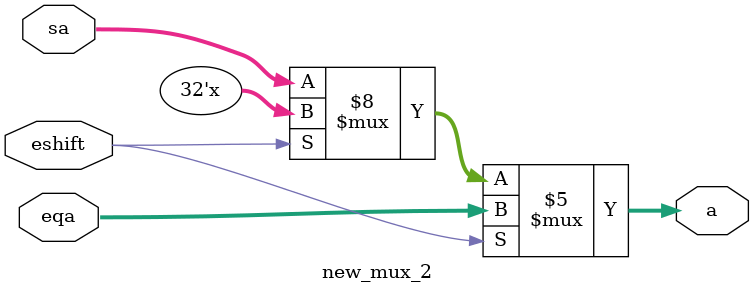
<source format=v>
`timescale 1ns / 1ps


module new_mux_2(
input [31:0] sa, input [31:0] eqa,
input eshift,
output reg [31:0] a
    );
    always @(*)
    begin
        if(eshift == 0)
        begin
            a = sa;
        end
        if(eshift == 1)
        begin
            a =  eqa;
        end
    end
endmodule

</source>
